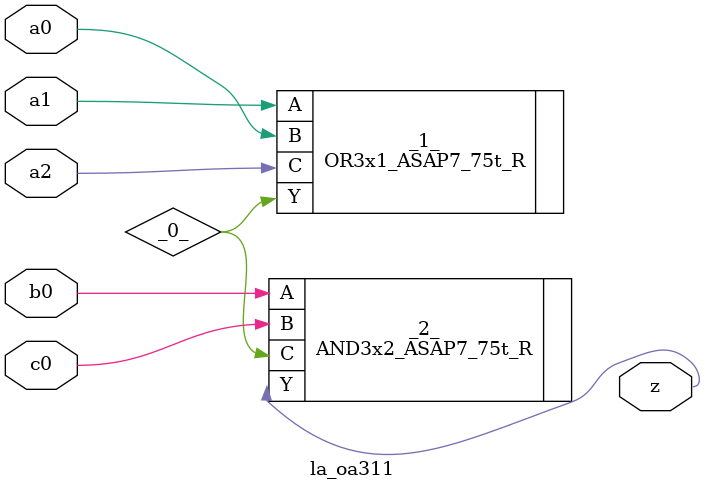
<source format=v>

/* Generated by Yosys 0.44 (git sha1 80ba43d26, g++ 11.4.0-1ubuntu1~22.04 -fPIC -O3) */

(* top =  1  *)
(* src = "generated" *)
(* keep_hierarchy *)
module la_oa311 (
    a0,
    a1,
    a2,
    b0,
    c0,
    z
);
  wire _0_;
  (* src = "generated" *)
  input a0;
  wire a0;
  (* src = "generated" *)
  input a1;
  wire a1;
  (* src = "generated" *)
  input a2;
  wire a2;
  (* src = "generated" *)
  input b0;
  wire b0;
  (* src = "generated" *)
  input c0;
  wire c0;
  (* src = "generated" *)
  output z;
  wire z;
  OR3x1_ASAP7_75t_R _1_ (
      .A(a1),
      .B(a0),
      .C(a2),
      .Y(_0_)
  );
  AND3x2_ASAP7_75t_R _2_ (
      .A(b0),
      .B(c0),
      .C(_0_),
      .Y(z)
  );
endmodule

</source>
